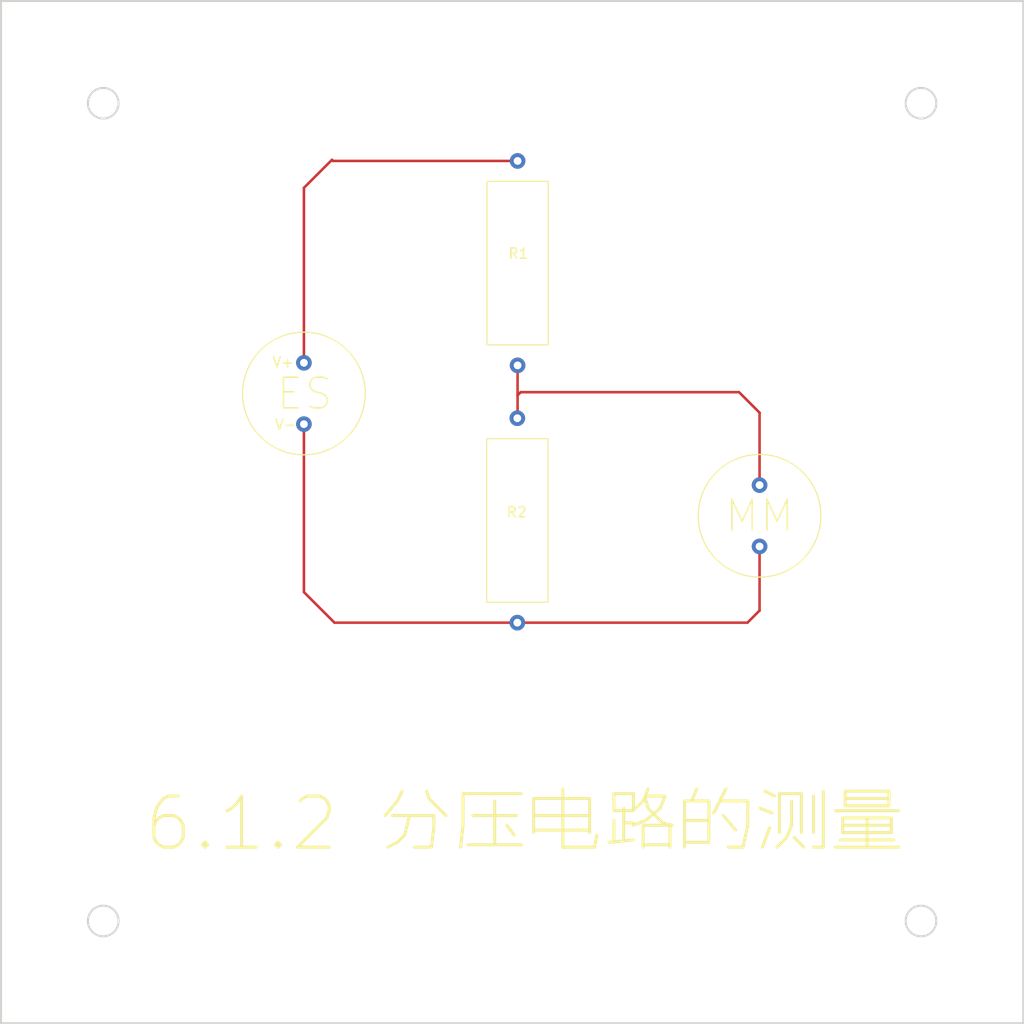
<source format=kicad_pcb>
(kicad_pcb (version 20211014) (generator pcbnew)
  (layers (0 "F.Cu" signal) (31 "B.Cu" signal) (34 "B.Paste" user) (35 "F.Paste" user) (36 "B.SilkS" user "B.Silkscreen") (37 "F.SilkS" user "F.Silkscreen") (38 "B.Mask" user) (39 "F.Mask" user) (44 "Edge.Cuts" user))
  (net 0 "")
  (net 1 "Net-(R1-Pad1)")
  (net 2 "Net-(U1-Pad2)")
  (net 3 "Net-(U1-Pad1)")
  (footprint "test2021:Multimeter" (layer "F.Cu") (at 94.2086 70.358)
    (fp_text reference "MM" (at 0 0 unlocked) (layer "F.SilkS") (effects (font (size 3 3))))
    (fp_text value "Multimeter")
    (fp_circle (center 0 0) (end 6 0) (layer "F.SilkS") (width 0.12) (fill none))
    (pad "1" thru_hole circle (at 0 -3) (size 1.524 1.524) (drill 0.762) (layers *.Cu *.Mask) (net 3 "Net-(U1-Pad1)"))
    (pad "2" thru_hole circle (at 0 3) (size 1.524 1.524) (drill 0.762) (layers *.Cu *.Mask) (net 2 "Net-(U1-Pad2)"))
  )
  (footprint "test2021:R" (layer "F.Cu") (at 70.5104 70.8152 -90)
    (fp_text reference "R2" (at -0.8128 0.0508 unlocked) (layer "F.SilkS"))
    (fp_text value "1.5MΩ")
    (fp_rect (start -8 -3) (end 8 3) (layer "F.SilkS") (width 0.12) (fill none))
    (pad "1" thru_hole circle (at -10 0 270) (size 1.524 1.524) (drill 0.762) (layers *.Cu *.Mask) (net 3 "Net-(U1-Pad1)"))
    (pad "2" thru_hole circle (at 10 0 270) (size 1.524 1.524) (drill 0.762) (layers *.Cu *.Mask) (net 2 "Net-(U1-Pad2)"))
  )
  (footprint "test2021:Vs" (layer "F.Cu") (at 49.6316 58.3946)
    (fp_text reference "ES" (at 0.0762 0.0254 unlocked) (layer "F.SilkS") (effects (font (size 3 3))))
    (fp_text value "1V")
    (fp_text user "V-" (at -1.778 3.048 unlocked) (layer "F.SilkS"))
    (fp_text user "V+" (at -2.032 -3.048 unlocked) (layer "F.SilkS"))
    (fp_circle (center 0 0) (end 6 0) (layer "F.SilkS") (width 0.12) (fill none))
    (pad "1" thru_hole circle (at 0 -3) (size 1.524 1.524) (drill 0.762) (layers *.Cu *.Mask) (net 1 "Net-(R1-Pad1)"))
    (pad "2" thru_hole circle (at 0 3) (size 1.524 1.524) (drill 0.762) (layers *.Cu *.Mask) (net 2 "Net-(U1-Pad2)"))
  )
  (footprint "test2021:R" (layer "F.Cu") (at 70.5358 45.6438 -90)
    (fp_text reference "R1" (at -0.9398 -0.0762 unlocked) (layer "F.SilkS"))
    (fp_text value "100kΩ")
    (fp_rect (start -8 -3) (end 8 3) (layer "F.SilkS") (width 0.12) (fill none))
    (pad "1" thru_hole circle (at -10 0 270) (size 1.524 1.524) (drill 0.762) (layers *.Cu *.Mask) (net 1 "Net-(R1-Pad1)"))
    (pad "2" thru_hole circle (at 10 0 270) (size 1.524 1.524) (drill 0.762) (layers *.Cu *.Mask) (net 3 "Net-(U1-Pad1)"))
  )
  (gr_circle (center 30 30) (end 31.5 30) (layer "Edge.Cuts") (width 0.2) (fill none))
  (gr_rect (start 20 20) (end 120 120) (layer "Edge.Cuts") (width 0.2) (fill none))
  (gr_circle (center 30 110) (end 31.5 110) (layer "Edge.Cuts") (width 0.2) (fill none))
  (gr_circle (center 110 30) (end 111.5 30) (layer "Edge.Cuts") (width 0.2) (fill none))
  (gr_circle (center 110 110) (end 111.5 110) (layer "Edge.Cuts") (width 0.2) (fill none))
  (gr_text "6.1.2 分压电路的测量" (at 71.2724 100.4824) (layer "F.SilkS") (effects (font (size 5 5) (thickness 0.3))))
  (segment (start 52.484 35.6438) (end 70.5358 35.6438) (width 0.25) (layer "F.Cu") (net 1))
  (segment (start 49.6316 55.3946) (end 49.6316 38.2778) (width 0.25) (layer "F.Cu") (net 1))
  (segment (start 49.6316 38.2778) (end 52.3748 35.5346) (width 0.25) (layer "F.Cu") (net 1))
  (segment (start 52.3748 35.5346) (end 52.484 35.6438) (width 0.25) (layer "F.Cu") (net 1))
  (segment (start 94.2086 79.629) (end 93.0224 80.8152) (width 0.25) (layer "F.Cu") (net 2))
  (segment (start 94.2086 73.358) (end 94.2086 79.629) (width 0.25) (layer "F.Cu") (net 2))
  (segment (start 52.6212 80.8152) (end 49.6316 77.8256) (width 0.25) (layer "F.Cu") (net 2))
  (segment (start 49.6316 77.8256) (end 49.6316 61.3946) (width 0.25) (layer "F.Cu") (net 2))
  (segment (start 93.0224 80.8152) (end 52.6212 80.8152) (width 0.25) (layer "F.Cu") (net 2))
  (segment (start 70.8406 58.2676) (end 70.5358 58.5724) (width 0.25) (layer "F.Cu") (net 3))
  (segment (start 70.5358 60.7898) (end 70.5104 60.8152) (width 0.25) (layer "F.Cu") (net 3))
  (segment (start 92.202 58.2676) (end 70.8406 58.2676) (width 0.25) (layer "F.Cu") (net 3))
  (segment (start 94.2086 67.358) (end 94.2086 60.2742) (width 0.25) (layer "F.Cu") (net 3))
  (segment (start 70.5358 55.6438) (end 70.5358 58.5724) (width 0.25) (layer "F.Cu") (net 3))
  (segment (start 94.2086 60.2742) (end 92.202 58.2676) (width 0.25) (layer "F.Cu") (net 3))
  (segment (start 70.5358 58.5724) (end 70.5358 60.7898) (width 0.25) (layer "F.Cu") (net 3))
)
</source>
